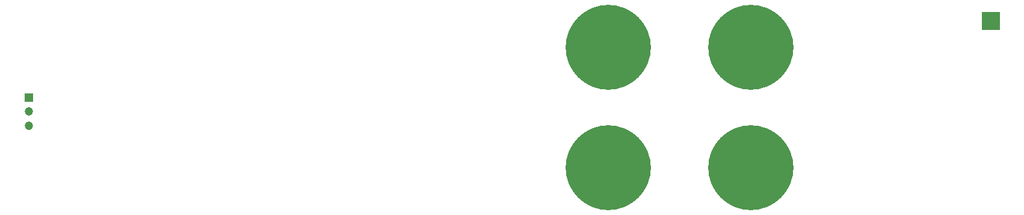
<source format=gbr>
%TF.GenerationSoftware,KiCad,Pcbnew,(5.1.12)-1*%
%TF.CreationDate,2022-01-10T16:23:42+03:00*%
%TF.ProjectId,ADAU1701_backpanel,41444155-3137-4303-915f-6261636b7061,rev?*%
%TF.SameCoordinates,Original*%
%TF.FileFunction,Soldermask,Bot*%
%TF.FilePolarity,Negative*%
%FSLAX46Y46*%
G04 Gerber Fmt 4.6, Leading zero omitted, Abs format (unit mm)*
G04 Created by KiCad (PCBNEW (5.1.12)-1) date 2022-01-10 16:23:42*
%MOMM*%
%LPD*%
G01*
G04 APERTURE LIST*
%ADD10C,5.000000*%
%ADD11C,12.000000*%
%ADD12C,1.200000*%
%ADD13R,1.200000X1.200000*%
%ADD14R,2.500000X2.500000*%
G04 APERTURE END LIST*
D10*
%TO.C,REF\u002A\u002A*%
X142800000Y-109500000D03*
D11*
X142800000Y-109500000D03*
%TD*%
%TO.C,REF\u002A\u002A*%
X142800000Y-126500000D03*
D10*
X142800000Y-126500000D03*
%TD*%
%TO.C,REF\u002A\u002A*%
X162850000Y-126500000D03*
D11*
X162850000Y-126500000D03*
%TD*%
%TO.C,REF\u002A\u002A*%
X162850000Y-109500000D03*
D10*
X162850000Y-109500000D03*
%TD*%
D12*
%TO.C,REF\u002A\u002A*%
X61200000Y-120600000D03*
X61200000Y-118600000D03*
D13*
X61200000Y-116600000D03*
%TD*%
D14*
%TO.C,TP1*%
X196600000Y-105800000D03*
%TD*%
M02*

</source>
